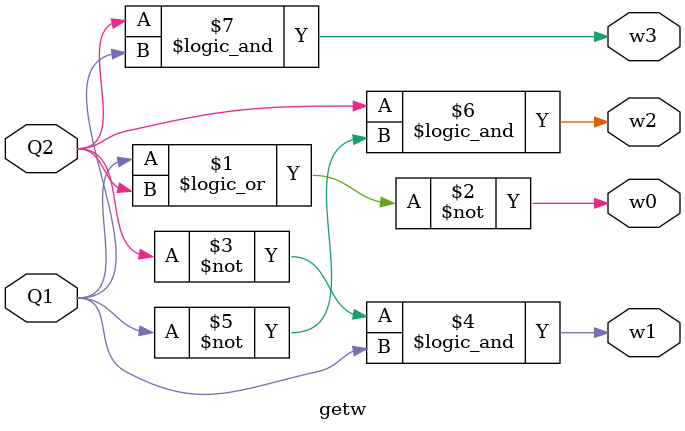
<source format=v>
`timescale 1ns / 1ps


module getw(
    output w0,
    output w1,
    output w2,
    output w3,
    input Q2,
    input Q1
    );
    assign w0=~(Q1||Q2);
    assign w1=(~Q2)&&Q1;
    assign w2=Q2&&(~Q1);
    assign w3=Q2&&Q1;
endmodule

</source>
